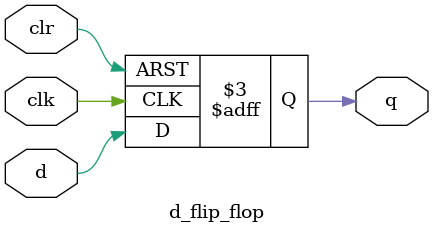
<source format=v>
module d_flip_flop(clk, clr, d, q);
    input clk, clr, d;
    output q;
    reg q;

    initial
        q = 1'b0;

    always @(posedge clk or posedge clr) begin
        if (clr)
            q <= 1'b0;
        else
            q <= d;
    end
endmodule
</source>
